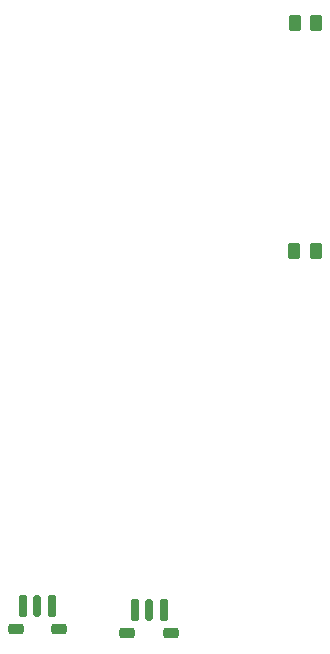
<source format=gbr>
%TF.GenerationSoftware,KiCad,Pcbnew,8.0.3+1*%
%TF.CreationDate,2024-07-20T17:55:20+00:00*%
%TF.ProjectId,LION2CELL02,4c494f4e-3243-4454-9c4c-30322e6b6963,rev?*%
%TF.SameCoordinates,Original*%
%TF.FileFunction,Paste,Top*%
%TF.FilePolarity,Positive*%
%FSLAX46Y46*%
G04 Gerber Fmt 4.6, Leading zero omitted, Abs format (unit mm)*
G04 Created by KiCad (PCBNEW 8.0.3+1) date 2024-07-20 17:55:20*
%MOMM*%
%LPD*%
G01*
G04 APERTURE LIST*
G04 Aperture macros list*
%AMRoundRect*
0 Rectangle with rounded corners*
0 $1 Rounding radius*
0 $2 $3 $4 $5 $6 $7 $8 $9 X,Y pos of 4 corners*
0 Add a 4 corners polygon primitive as box body*
4,1,4,$2,$3,$4,$5,$6,$7,$8,$9,$2,$3,0*
0 Add four circle primitives for the rounded corners*
1,1,$1+$1,$2,$3*
1,1,$1+$1,$4,$5*
1,1,$1+$1,$6,$7*
1,1,$1+$1,$8,$9*
0 Add four rect primitives between the rounded corners*
20,1,$1+$1,$2,$3,$4,$5,0*
20,1,$1+$1,$4,$5,$6,$7,0*
20,1,$1+$1,$6,$7,$8,$9,0*
20,1,$1+$1,$8,$9,$2,$3,0*%
G04 Aperture macros list end*
%ADD10RoundRect,0.150000X-0.150000X-0.750000X0.150000X-0.750000X0.150000X0.750000X-0.150000X0.750000X0*%
%ADD11RoundRect,0.187500X-0.187500X-0.712500X0.187500X-0.712500X0.187500X0.712500X-0.187500X0.712500X0*%
%ADD12RoundRect,0.225000X-0.425000X-0.225000X0.425000X-0.225000X0.425000X0.225000X-0.425000X0.225000X0*%
%ADD13RoundRect,0.250000X-0.262500X-0.450000X0.262500X-0.450000X0.262500X0.450000X-0.262500X0.450000X0*%
%ADD14RoundRect,0.250000X0.262500X0.450000X-0.262500X0.450000X-0.262500X-0.450000X0.262500X-0.450000X0*%
G04 APERTURE END LIST*
D10*
%TO.C,SW1*%
X60337700Y-4501600D03*
D11*
X59112700Y-4501600D03*
X61562700Y-4501600D03*
D12*
X58487700Y-6451600D03*
X62187700Y-6451600D03*
%TD*%
D10*
%TO.C,SW2*%
X50867700Y-4148600D03*
D11*
X49642700Y-4148600D03*
X52092700Y-4148600D03*
D12*
X49017700Y-6098600D03*
X52717700Y-6098600D03*
%TD*%
D13*
%TO.C,TH2*%
X72645900Y45161200D03*
X74470900Y45161200D03*
%TD*%
D14*
%TO.C,TH1*%
X74445500Y25908000D03*
X72620500Y25908000D03*
%TD*%
M02*

</source>
